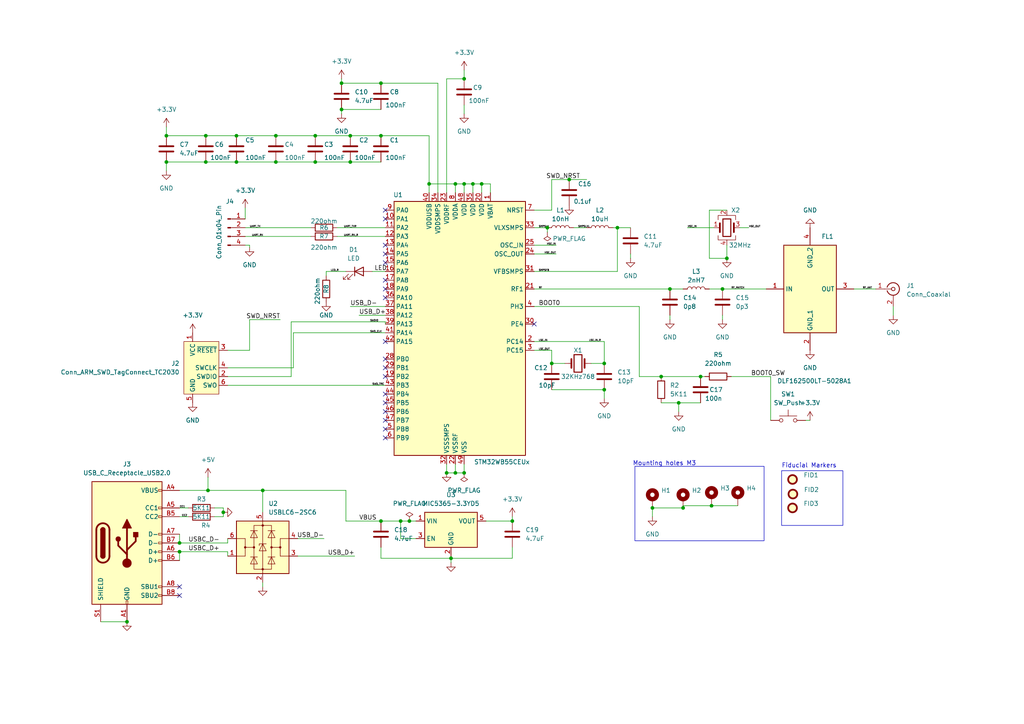
<source format=kicad_sch>
(kicad_sch (version 20230121) (generator eeschema)
  (paper "A4")
  (title_block (title "STM 32 with BLE") (date "2024-01-22") (rev "Version : 1") (company "lipson's lab"))
  (lib_symbols
    (symbol "Connector:Conn_01x04_Pin" (pin_names (offset 1.016) hide)
      (property "Reference" "J" (at 0 5.08 0))
      (property "Value" "Conn_01x04_Pin" (at 0 -7.62 0))
      (symbol "Conn_01x04_Pin_1_1"
        (pin passive line (at 5.08 2.54 180) (length 3.81) (name "Pin_1") (number "1"))
        (pin passive line (at 5.08 0 180) (length 3.81) (name "Pin_2") (number "2"))
        (pin passive line (at 5.08 -2.54 180) (length 3.81) (name "Pin_3") (number "3"))
        (pin passive line (at 5.08 -5.08 180) (length 3.81) (name "Pin_4") (number "4"))
      )
    )
    (symbol "Connector:Conn_ARM_SWD_TagConnect_TC2030" (in_bom no)
      (property "Reference" "J" (at 2.54 11.43 0))
      (property "Value" "Conn_ARM_SWD_TagConnect_TC2030" (at 5.08 8.89 0))
      (symbol "Conn_ARM_SWD_TagConnect_TC2030_0_0"
        (pin power_in line (at -2.54 10.16 270) (length 2.54) (name "VCC") (number "1"))
        (pin bidirectional line (at 7.62 -2.54 180) (length 2.54) (name "SWDIO") (number "2"))
        (pin open_collector line (at 7.62 5.08 180) (length 2.54) (name "~{RESET}") (number "3"))
        (pin output line (at 7.62 0 180) (length 2.54) (name "SWCLK") (number "4"))
        (pin power_in line (at -2.54 -10.16 90) (length 2.54) (name "GND") (number "5"))
        (pin input line (at 7.62 -5.08 180) (length 2.54) (name "SWO") (number "6"))
      )
    )
    (symbol "Connector:Conn_Coaxial" (pin_names (offset 1.016) hide)
      (property "Reference" "J" (at 0.254 3.048 0))
      (property "Value" "Conn_Coaxial" (at 2.921 0 90))
      (symbol "Conn_Coaxial_1_1"
        (pin passive line (at -5.08 0 0) (length 2.54) (name "In") (number "1"))
        (pin passive line (at 0 -5.08 90) (length 2.54) (name "Ext") (number "2"))
      )
    )
    (symbol "Connector:USB_C_Receptacle_USB2.0" (pin_names (offset 1.016))
      (property "Reference" "J" (at -10.16 19.05 0))
      (property "Value" "USB_C_Receptacle_USB2.0" (at 19.05 19.05 0))
      (symbol "USB_C_Receptacle_USB2.0_1_1"
        (pin passive line (at 0 -22.86 90) (length 5.08) (name "GND") (number "A1"))
        (pin passive line (at 0 -22.86 90) (length 5.08) hide (name "GND") (number "A12"))
        (pin passive line (at 15.24 15.24 180) (length 5.08) (name "VBUS") (number "A4"))
        (pin bidirectional line (at 15.24 10.16 180) (length 5.08) (name "CC1") (number "A5"))
        (pin bidirectional line (at 15.24 -2.54 180) (length 5.08) (name "D+") (number "A6"))
        (pin bidirectional line (at 15.24 2.54 180) (length 5.08) (name "D-") (number "A7"))
        (pin bidirectional line (at 15.24 -12.7 180) (length 5.08) (name "SBU1") (number "A8"))
        (pin passive line (at 15.24 15.24 180) (length 5.08) hide (name "VBUS") (number "A9"))
        (pin passive line (at 0 -22.86 90) (length 5.08) hide (name "GND") (number "B1"))
        (pin passive line (at 0 -22.86 90) (length 5.08) hide (name "GND") (number "B12"))
        (pin passive line (at 15.24 15.24 180) (length 5.08) hide (name "VBUS") (number "B4"))
        (pin bidirectional line (at 15.24 7.62 180) (length 5.08) (name "CC2") (number "B5"))
        (pin bidirectional line (at 15.24 -5.08 180) (length 5.08) (name "D+") (number "B6"))
        (pin bidirectional line (at 15.24 0 180) (length 5.08) (name "D-") (number "B7"))
        (pin bidirectional line (at 15.24 -15.24 180) (length 5.08) (name "SBU2") (number "B8"))
        (pin passive line (at 15.24 15.24 180) (length 5.08) hide (name "VBUS") (number "B9"))
        (pin passive line (at -7.62 -22.86 90) (length 5.08) (name "SHIELD") (number "S1"))
      )
    )
    (symbol "DLF162500LT-5028A1:DLF162500LT-5028A1"
      (property "Reference" "FL" (at 21.59 17.78 0))
      (property "Value" "DLF162500LT-5028A1" (at 21.59 15.24 0))
      (symbol "DLF162500LT-5028A1_1_1"
        (pin passive line (at 0 0 0) (length 5.08) (name "IN") (number "1"))
        (pin passive line (at 12.7 -17.78 90) (length 5.08) (name "GND_1") (number "2"))
        (pin passive line (at 25.4 0 180) (length 5.08) (name "OUT") (number "3"))
        (pin passive line (at 12.7 17.78 270) (length 5.08) (name "GND_2") (number "4"))
      )
    )
    (symbol "Device:C" (pin_numbers hide) (pin_names (offset 0.254))
      (property "Reference" "C" (at 0.635 2.54 0))
      (property "Value" "C" (at 0.635 -2.54 0))
      (symbol "C_1_1"
        (pin passive line (at 0 3.81 270) (length 2.794) (name "~") (number "1"))
        (pin passive line (at 0 -3.81 90) (length 2.794) (name "~") (number "2"))
      )
    )
    (symbol "Device:Crystal" (pin_numbers hide) (pin_names (offset 1.016) hide)
      (property "Reference" "Y" (at 0 3.81 0))
      (property "Value" "Crystal" (at 0 -3.81 0))
      (symbol "Crystal_1_1"
        (pin passive line (at -3.81 0 0) (length 1.27) (name "1") (number "1"))
        (pin passive line (at 3.81 0 180) (length 1.27) (name "2") (number "2"))
      )
    )
    (symbol "Device:Crystal_GND24" (pin_names (offset 1.016) hide)
      (property "Reference" "Y" (at 3.175 5.08 0))
      (property "Value" "Crystal_GND24" (at 3.175 3.175 0))
      (symbol "Crystal_GND24_1_1"
        (pin passive line (at -3.81 0 0) (length 1.27) (name "1") (number "1"))
        (pin passive line (at 0 5.08 270) (length 1.27) (name "2") (number "2"))
        (pin passive line (at 3.81 0 180) (length 1.27) (name "3") (number "3"))
        (pin passive line (at 0 -5.08 90) (length 1.27) (name "4") (number "4"))
      )
    )
    (symbol "Device:L" (pin_numbers hide) (pin_names (offset 1.016) hide)
      (property "Reference" "L" (at -1.27 0 90))
      (property "Value" "L" (at 1.905 0 90))
      (symbol "L_1_1"
        (pin passive line (at 0 3.81 270) (length 1.27) (name "1") (number "1"))
        (pin passive line (at 0 -3.81 90) (length 1.27) (name "2") (number "2"))
      )
    )
    (symbol "Device:LED" (pin_numbers hide) (pin_names (offset 1.016) hide)
      (property "Reference" "D" (at 0 2.54 0))
      (property "Value" "LED" (at 0 -2.54 0))
      (symbol "LED_1_1"
        (pin passive line (at -3.81 0 0) (length 2.54) (name "K") (number "1"))
        (pin passive line (at 3.81 0 180) (length 2.54) (name "A") (number "2"))
      )
    )
    (symbol "Device:R" (pin_numbers hide) (pin_names (offset 0))
      (property "Reference" "R" (at 2.032 0 90))
      (property "Value" "R" (at 0 0 90))
      (symbol "R_1_1"
        (pin passive line (at 0 3.81 270) (length 1.27) (name "~") (number "1"))
        (pin passive line (at 0 -3.81 90) (length 1.27) (name "~") (number "2"))
      )
    )
    (symbol "MCU_ST_STM32WB:STM32WB55CEUx"
      (property "Reference" "U" (at -17.78 39.37 0))
      (property "Value" "STM32WB55CEUx" (at 12.7 39.37 0))
      (symbol "STM32WB55CEUx_1_1"
        (pin power_in line (at -7.62 40.64 270) (length 2.54) (name "VBAT") (number "1"))
        (pin bidirectional line (at 22.86 33.02 180) (length 2.54) (name "PA1") (number "10"))
        (pin bidirectional line (at 22.86 30.48 180) (length 2.54) (name "PA2") (number "11"))
        (pin bidirectional line (at 22.86 27.94 180) (length 2.54) (name "PA3") (number "12"))
        (pin bidirectional line (at 22.86 25.4 180) (length 2.54) (name "PA4") (number "13"))
        (pin bidirectional line (at 22.86 22.86 180) (length 2.54) (name "PA5") (number "14"))
        (pin bidirectional line (at 22.86 20.32 180) (length 2.54) (name "PA6") (number "15"))
        (pin bidirectional line (at 22.86 17.78 180) (length 2.54) (name "PA7") (number "16"))
        (pin bidirectional line (at 22.86 15.24 180) (length 2.54) (name "PA8") (number "17"))
        (pin bidirectional line (at 22.86 12.7 180) (length 2.54) (name "PA9") (number "18"))
        (pin bidirectional line (at 22.86 -12.7 180) (length 2.54) (name "PB2") (number "19"))
        (pin bidirectional line (at -20.32 -2.54 0) (length 2.54) (name "PC14") (number "2"))
        (pin power_in line (at -5.08 40.64 270) (length 2.54) (name "VDD") (number "20"))
        (pin bidirectional line (at -20.32 12.7 0) (length 2.54) (name "RF1") (number "21"))
        (pin power_in line (at 2.54 -38.1 90) (length 2.54) (name "VSSRF") (number "22"))
        (pin power_in line (at 5.08 40.64 270) (length 2.54) (name "VDDRF") (number "23"))
        (pin input line (at -20.32 22.86 0) (length 2.54) (name "OSC_OUT") (number "24"))
        (pin input line (at -20.32 25.4 0) (length 2.54) (name "OSC_IN") (number "25"))
        (pin no_connect line (at -17.78 -35.56 0) (length 2.54) hide (name "AT0") (number "26"))
        (pin no_connect line (at -17.78 -33.02 0) (length 2.54) hide (name "AT1") (number "27"))
        (pin bidirectional line (at 22.86 -7.62 180) (length 2.54) (name "PB0") (number "28"))
        (pin bidirectional line (at 22.86 -10.16 180) (length 2.54) (name "PB1") (number "29"))
        (pin bidirectional line (at -20.32 -5.08 0) (length 2.54) (name "PC15") (number "3"))
        (pin bidirectional line (at -20.32 2.54 0) (length 2.54) (name "PE4") (number "30"))
        (pin input line (at -20.32 17.78 0) (length 2.54) (name "VFBSMPS") (number "31"))
        (pin power_in line (at 5.08 -38.1 90) (length 2.54) (name "VSSSMPS") (number "32"))
        (pin power_in line (at -20.32 30.48 0) (length 2.54) (name "VLXSMPS") (number "33"))
        (pin power_in line (at 7.62 40.64 270) (length 2.54) (name "VDDSMPS") (number "34"))
        (pin power_in line (at -2.54 40.64 270) (length 2.54) (name "VDD") (number "35"))
        (pin bidirectional line (at 22.86 10.16 180) (length 2.54) (name "PA10") (number "36"))
        (pin bidirectional line (at 22.86 7.62 180) (length 2.54) (name "PA11") (number "37"))
        (pin bidirectional line (at 22.86 5.08 180) (length 2.54) (name "PA12") (number "38"))
        (pin bidirectional line (at 22.86 2.54 180) (length 2.54) (name "PA13") (number "39"))
        (pin bidirectional line (at -20.32 7.62 0) (length 2.54) (name "PH3") (number "4"))
        (pin power_in line (at 10.16 40.64 270) (length 2.54) (name "VDDUSB") (number "40"))
        (pin bidirectional line (at 22.86 0 180) (length 2.54) (name "PA14") (number "41"))
        (pin bidirectional line (at 22.86 -2.54 180) (length 2.54) (name "PA15") (number "42"))
        (pin bidirectional line (at 22.86 -15.24 180) (length 2.54) (name "PB3") (number "43"))
        (pin bidirectional line (at 22.86 -17.78 180) (length 2.54) (name "PB4") (number "44"))
        (pin bidirectional line (at 22.86 -20.32 180) (length 2.54) (name "PB5") (number "45"))
        (pin bidirectional line (at 22.86 -22.86 180) (length 2.54) (name "PB6") (number "46"))
        (pin bidirectional line (at 22.86 -25.4 180) (length 2.54) (name "PB7") (number "47"))
        (pin power_in line (at 0 40.64 270) (length 2.54) (name "VDD") (number "48"))
        (pin power_in line (at 0 -38.1 90) (length 2.54) (name "VSS") (number "49"))
        (pin bidirectional line (at 22.86 -27.94 180) (length 2.54) (name "PB8") (number "5"))
        (pin bidirectional line (at 22.86 -30.48 180) (length 2.54) (name "PB9") (number "6"))
        (pin input line (at -20.32 35.56 0) (length 2.54) (name "NRST") (number "7"))
        (pin power_in line (at 2.54 40.64 270) (length 2.54) (name "VDDA") (number "8"))
        (pin bidirectional line (at 22.86 35.56 180) (length 2.54) (name "PA0") (number "9"))
      )
    )
    (symbol "Mechanical:Fiducial"
      (property "Reference" "FID" (at 0 5.08 0))
      (property "Value" "Fiducial" (at 0 3.175 0))
    )
    (symbol "Mechanical:MountingHole_Pad" (pin_numbers hide) (pin_names (offset 1.016) hide)
      (property "Reference" "H" (at 0 6.35 0))
      (property "Value" "MountingHole_Pad" (at 0 4.445 0))
      (symbol "MountingHole_Pad_1_1"
        (pin input line (at 0 -2.54 90) (length 2.54) (name "1") (number "1"))
      )
    )
    (symbol "Power_Protection:USBLC6-2SC6" (pin_names hide)
      (property "Reference" "U" (at 2.54 8.89 0))
      (property "Value" "USBLC6-2SC6" (at 2.54 -8.89 0))
      (symbol "USBLC6-2SC6_1_1"
        (pin passive line (at -10.16 -2.54 0) (length 2.54) (name "I/O1") (number "1"))
        (pin passive line (at 0 -10.16 90) (length 2.54) (name "GND") (number "2"))
        (pin passive line (at 10.16 -2.54 180) (length 2.54) (name "I/O2") (number "3"))
        (pin passive line (at 10.16 2.54 180) (length 2.54) (name "I/O2") (number "4"))
        (pin passive line (at 0 10.16 270) (length 2.54) (name "VBUS") (number "5"))
        (pin passive line (at -10.16 2.54 0) (length 2.54) (name "I/O1") (number "6"))
      )
    )
    (symbol "Regulator_Linear:MIC5365-3.3YD5"
      (property "Reference" "U" (at -7.62 6.35 0))
      (property "Value" "MIC5365-3.3YD5" (at 0 6.35 0))
      (symbol "MIC5365-3.3YD5_1_1"
        (pin power_in line (at -10.16 2.54 0) (length 2.54) (name "VIN") (number "1"))
        (pin power_in line (at 0 -7.62 90) (length 2.54) (name "GND") (number "2"))
        (pin input line (at -10.16 -2.54 0) (length 2.54) (name "EN") (number "3"))
        (pin no_connect line (at 7.62 -2.54 180) (length 2.54) hide (name "NC") (number "4"))
        (pin power_out line (at 10.16 2.54 180) (length 2.54) (name "VOUT") (number "5"))
      )
    )
    (symbol "Switch:SW_Push" (pin_numbers hide) (pin_names (offset 1.016) hide)
      (property "Reference" "SW" (at 1.27 2.54 0))
      (property "Value" "SW_Push" (at 0 -1.524 0))
      (symbol "SW_Push_0_1"
        (pin passive line (at -5.08 0 0) (length 2.54) (name "1") (number "1"))
        (pin passive line (at 5.08 0 180) (length 2.54) (name "2") (number "2"))
      )
    )
    (symbol "power:+3.3V" (power) (pin_names (offset 0))
      (property "Value" "+3.3V" (at 0 3.556 0))
      (symbol "+3.3V_1_1"
        (pin power_in line (at 0 0 90) (length 0) hide (name "+3.3V") (number "1"))
      )
    )
    (symbol "power:+5V" (power) (pin_names (offset 0))
      (property "Value" "+5V" (at 0 3.556 0))
      (symbol "+5V_1_1"
        (pin power_in line (at 0 0 90) (length 0) hide (name "+5V") (number "1"))
      )
    )
    (symbol "power:GND" (power) (pin_names (offset 0))
      (property "Value" "GND" (at 0 -3.81 0))
      (symbol "GND_1_1"
        (pin power_in line (at 0 0 270) (length 0) hide (name "GND") (number "1"))
      )
    )
    (symbol "power:PWR_FLAG" (power) (pin_numbers hide) (pin_names (offset 0) hide)
      (property "Value" "PWR_FLAG" (at 0 3.81 0))
      (symbol "PWR_FLAG_0_0"
        (pin power_out line (at 0 0 90) (length 0) (name "pwr") (number "1"))
      )
    )
  )
  (junction (at 110.49 24.13))
  (junction (at 158.75 66.04))
  (junction (at 196.85 116.84))
  (junction (at 134.62 22.86))
  (junction (at 80.01 39.37))
  (junction (at 48.26 39.37))
  (junction (at 134.62 53.34))
  (junction (at 101.6 39.37))
  (junction (at 129.54 137.16))
  (junction (at 80.01 46.99))
  (junction (at 110.49 151.13))
  (junction (at 179.07 66.04))
  (junction (at 76.2 142.24))
  (junction (at 134.62 137.16))
  (junction (at 139.7 53.34))
  (junction (at 60.325 142.24))
  (junction (at 148.59 151.13))
  (junction (at 160.02 105.41))
  (junction (at 99.06 31.75))
  (junction (at 91.44 39.37))
  (junction (at 189.23 147.32))
  (junction (at 91.44 46.99))
  (junction (at 118.745 151.13))
  (junction (at 132.08 53.34))
  (junction (at 203.2 109.22))
  (junction (at 110.49 39.37))
  (junction (at 52.07 157.48))
  (junction (at 124.46 53.34))
  (junction (at 132.08 137.16))
  (junction (at 209.55 83.82))
  (junction (at 59.69 46.99))
  (junction (at 116.205 151.13))
  (junction (at 210.82 74.93))
  (junction (at 194.31 83.82))
  (junction (at 175.26 105.41))
  (junction (at 130.81 161.925))
  (junction (at 198.12 147.32))
  (junction (at 206.375 146.685))
  (junction (at 48.26 46.99))
  (junction (at 137.16 53.34))
  (junction (at 101.6 46.99))
  (junction (at 165.1 52.07))
  (junction (at 68.58 46.99))
  (junction (at 99.06 24.13))
  (junction (at 68.58 39.37))
  (junction (at 36.83 180.34))
  (junction (at 59.69 39.37))
  (junction (at 191.77 109.22))
  (junction (at 52.07 160.02))
  (junction (at 175.26 113.03))
  (junction (at 64.77 148.59))
  (no_connect (at 52.07 170.18))
  (no_connect (at 111.76 71.12))
  (no_connect (at 111.76 121.92))
  (no_connect (at 111.76 73.66))
  (no_connect (at 111.76 124.46))
  (no_connect (at 111.76 86.36))
  (no_connect (at 111.76 109.22))
  (no_connect (at 111.76 114.3))
  (no_connect (at 111.76 60.96))
  (no_connect (at 111.76 81.28))
  (no_connect (at 111.76 76.2))
  (no_connect (at 111.76 116.84))
  (no_connect (at 154.94 93.98))
  (no_connect (at 52.07 172.72))
  (no_connect (at 111.76 127))
  (no_connect (at 111.76 99.06))
  (no_connect (at 111.76 104.14))
  (no_connect (at 111.76 63.5))
  (no_connect (at 111.76 119.38))
  (no_connect (at 111.76 83.82))
  (no_connect (at 111.76 106.68))
  (wire (pts (xy 52.07 147.32) (xy 54.61 147.32)))
  (wire (pts (xy 212.09 109.22) (xy 223.52 109.22)))
  (wire (pts (xy 129.54 137.16) (xy 132.08 137.16)))
  (wire (pts (xy 116.205 151.13) (xy 118.745 151.13)))
  (wire (pts (xy 177.8 66.04) (xy 179.07 66.04)))
  (wire (pts (xy 210.82 71.12) (xy 210.82 74.93)))
  (wire (pts (xy 99.06 31.75) (xy 99.06 33.02)))
  (wire (pts (xy 205.74 60.96) (xy 205.74 74.93)))
  (wire (pts (xy 194.31 83.82) (xy 198.12 83.82)))
  (wire (pts (xy 134.62 20.32) (xy 134.62 22.86)))
  (wire (pts (xy 85.09 96.52) (xy 111.76 96.52)))
  (wire (pts (xy 104.14 91.44) (xy 111.76 91.44)))
  (wire (pts (xy 60.325 142.24) (xy 76.2 142.24)))
  (wire (pts (xy 154.94 71.12) (xy 161.29 71.12)))
  (wire (pts (xy 137.16 53.34) (xy 134.62 53.34)))
  (wire (pts (xy 52.07 160.02) (xy 66.04 160.02)))
  (wire (pts (xy 84.455 93.345) (xy 111.76 93.345)))
  (wire (pts (xy 142.24 55.88) (xy 142.24 53.34)))
  (wire (pts (xy 160.02 105.41) (xy 163.83 105.41)))
  (wire (pts (xy 66.04 109.22) (xy 84.455 109.22)))
  (wire (pts (xy 111.76 93.98) (xy 111.76 93.345)))
  (wire (pts (xy 107.95 78.74) (xy 111.76 78.74)))
  (wire (pts (xy 179.07 66.04) (xy 179.07 78.74)))
  (wire (pts (xy 223.52 109.22) (xy 223.52 121.92)))
  (wire (pts (xy 86.36 161.29) (xy 102.87 161.29)))
  (wire (pts (xy 72.39 92.71) (xy 81.28 92.71)))
  (wire (pts (xy 154.94 88.9) (xy 185.42 88.9)))
  (wire (pts (xy 148.59 158.75) (xy 148.59 161.925)))
  (wire (pts (xy 160.02 101.6) (xy 160.02 105.41)))
  (wire (pts (xy 124.46 39.37) (xy 110.49 39.37)))
  (wire (pts (xy 139.7 55.88) (xy 139.7 53.34)))
  (wire (pts (xy 171.45 105.41) (xy 175.26 105.41)))
  (wire (pts (xy 59.69 46.99) (xy 68.58 46.99)))
  (wire (pts (xy 52.07 157.48) (xy 66.04 157.48)))
  (wire (pts (xy 210.82 60.96) (xy 205.74 60.96)))
  (wire (pts (xy 140.97 151.13) (xy 148.59 151.13)))
  (wire (pts (xy 206.375 146.685) (xy 213.995 146.685)))
  (wire (pts (xy 154.94 78.74) (xy 179.07 78.74)))
  (wire (pts (xy 62.23 149.86) (xy 64.77 149.86)))
  (wire (pts (xy 99.06 24.13) (xy 110.49 24.13)))
  (wire (pts (xy 196.85 116.84) (xy 196.85 119.38)))
  (wire (pts (xy 127 55.88) (xy 127 24.13)))
  (wire (pts (xy 134.62 55.88) (xy 134.62 53.34)))
  (wire (pts (xy 154.94 60.96) (xy 160.02 60.96)))
  (wire (pts (xy 166.37 66.04) (xy 170.18 66.04)))
  (wire (pts (xy 99.06 22.86) (xy 99.06 24.13)))
  (wire (pts (xy 194.31 91.44) (xy 194.31 92.71)))
  (wire (pts (xy 68.58 46.99) (xy 80.01 46.99)))
  (wire (pts (xy 110.49 151.13) (xy 116.205 151.13)))
  (wire (pts (xy 175.26 113.03) (xy 175.26 115.57)))
  (wire (pts (xy 154.94 99.06) (xy 175.26 99.06)))
  (wire (pts (xy 60.325 138.43) (xy 60.325 142.24)))
  (wire (pts (xy 124.46 55.88) (xy 124.46 53.34)))
  (wire (pts (xy 71.12 66.04) (xy 90.17 66.04)))
  (wire (pts (xy 209.55 83.82) (xy 222.25 83.82)))
  (wire (pts (xy 48.26 46.99) (xy 59.69 46.99)))
  (wire (pts (xy 64.77 149.86) (xy 64.77 148.59)))
  (wire (pts (xy 165.1 52.07) (xy 170.18 52.07)))
  (wire (pts (xy 52.07 160.02) (xy 52.07 162.56)))
  (wire (pts (xy 199.39 66.04) (xy 207.01 66.04)))
  (wire (pts (xy 80.01 46.99) (xy 91.44 46.99)))
  (wire (pts (xy 76.2 142.24) (xy 76.2 148.59)))
  (wire (pts (xy 132.08 137.16) (xy 134.62 137.16)))
  (wire (pts (xy 118.745 151.13) (xy 120.65 151.13)))
  (wire (pts (xy 182.88 73.66) (xy 182.88 74.93)))
  (wire (pts (xy 129.54 22.86) (xy 134.62 22.86)))
  (wire (pts (xy 66.04 111.76) (xy 111.76 111.76)))
  (wire (pts (xy 97.79 68.58) (xy 111.76 68.58)))
  (wire (pts (xy 154.94 73.66) (xy 161.29 73.66)))
  (wire (pts (xy 80.01 39.37) (xy 91.44 39.37)))
  (wire (pts (xy 124.46 53.34) (xy 132.08 53.34)))
  (wire (pts (xy 217.17 66.04) (xy 214.63 66.04)))
  (wire (pts (xy 205.74 83.82) (xy 209.55 83.82)))
  (wire (pts (xy 160.02 52.07) (xy 165.1 52.07)))
  (wire (pts (xy 189.23 147.32) (xy 189.23 149.86)))
  (wire (pts (xy 137.16 55.88) (xy 137.16 53.34)))
  (wire (pts (xy 86.36 156.21) (xy 93.98 156.21)))
  (wire (pts (xy 134.62 134.62) (xy 134.62 137.16)))
  (wire (pts (xy 66.04 160.02) (xy 66.04 161.29)))
  (wire (pts (xy 206.375 146.685) (xy 198.12 146.685)))
  (wire (pts (xy 130.81 161.29) (xy 130.81 161.925)))
  (wire (pts (xy 72.39 71.12) (xy 72.39 71.755)))
  (wire (pts (xy 179.07 66.04) (xy 182.88 66.04)))
  (wire (pts (xy 59.69 39.37) (xy 68.58 39.37)))
  (wire (pts (xy 76.2 142.24) (xy 100.33 142.24)))
  (wire (pts (xy 52.07 142.24) (xy 60.325 142.24)))
  (wire (pts (xy 29.21 180.34) (xy 36.83 180.34)))
  (wire (pts (xy 85.09 106.68) (xy 85.09 96.52)))
  (wire (pts (xy 100.33 151.13) (xy 100.33 142.24)))
  (wire (pts (xy 110.49 158.75) (xy 110.49 161.925)))
  (wire (pts (xy 52.07 154.94) (xy 52.07 157.48)))
  (wire (pts (xy 94.615 78.74) (xy 100.33 78.74)))
  (wire (pts (xy 148.59 161.925) (xy 130.81 161.925)))
  (wire (pts (xy 154.94 101.6) (xy 160.02 101.6)))
  (wire (pts (xy 198.12 147.32) (xy 189.23 147.32)))
  (wire (pts (xy 154.94 83.82) (xy 194.31 83.82)))
  (wire (pts (xy 205.74 74.93) (xy 210.82 74.93)))
  (wire (pts (xy 101.6 46.99) (xy 110.49 46.99)))
  (wire (pts (xy 120.65 156.21) (xy 116.205 156.21)))
  (wire (pts (xy 116.205 156.21) (xy 116.205 151.13)))
  (wire (pts (xy 110.49 161.925) (xy 130.81 161.925)))
  (wire (pts (xy 124.46 53.34) (xy 124.46 39.37)))
  (wire (pts (xy 130.81 161.925) (xy 130.81 163.195)))
  (wire (pts (xy 129.54 134.62) (xy 129.54 137.16)))
  (wire (pts (xy 64.77 147.32) (xy 64.77 148.59)))
  (wire (pts (xy 259.08 88.9) (xy 259.08 91.44)))
  (wire (pts (xy 191.77 116.84) (xy 196.85 116.84)))
  (wire (pts (xy 52.07 149.86) (xy 54.61 149.86)))
  (wire (pts (xy 110.49 151.13) (xy 100.33 151.13)))
  (wire (pts (xy 158.75 66.04) (xy 158.75 67.31)))
  (wire (pts (xy 48.26 36.83) (xy 48.26 39.37)))
  (wire (pts (xy 247.65 83.82) (xy 254 83.82)))
  (wire (pts (xy 68.58 39.37) (xy 80.01 39.37)))
  (wire (pts (xy 129.54 55.88) (xy 129.54 22.86)))
  (wire (pts (xy 185.42 109.22) (xy 191.77 109.22)))
  (wire (pts (xy 132.08 55.88) (xy 132.08 53.34)))
  (wire (pts (xy 175.26 99.06) (xy 175.26 105.41)))
  (wire (pts (xy 71.12 60.325) (xy 71.12 63.5)))
  (wire (pts (xy 48.26 39.37) (xy 59.69 39.37)))
  (wire (pts (xy 198.12 146.685) (xy 198.12 147.32)))
  (wire (pts (xy 97.79 66.04) (xy 111.76 66.04)))
  (wire (pts (xy 72.39 101.6) (xy 72.39 92.71)))
  (wire (pts (xy 66.04 106.68) (xy 85.09 106.68)))
  (wire (pts (xy 203.2 109.22) (xy 204.47 109.22)))
  (wire (pts (xy 134.62 53.34) (xy 132.08 53.34)))
  (wire (pts (xy 71.12 68.58) (xy 90.17 68.58)))
  (wire (pts (xy 71.12 71.12) (xy 72.39 71.12)))
  (wire (pts (xy 160.02 60.96) (xy 160.02 52.07)))
  (wire (pts (xy 110.49 39.37) (xy 101.6 39.37)))
  (wire (pts (xy 185.42 88.9) (xy 185.42 109.22)))
  (wire (pts (xy 132.08 134.62) (xy 132.08 137.16)))
  (wire (pts (xy 94.615 80.01) (xy 94.615 78.74)))
  (wire (pts (xy 101.6 88.9) (xy 111.76 88.9)))
  (wire (pts (xy 139.7 53.34) (xy 137.16 53.34)))
  (wire (pts (xy 191.77 109.22) (xy 203.2 109.22)))
  (wire (pts (xy 233.68 121.92) (xy 234.95 121.92)))
  (wire (pts (xy 160.02 113.03) (xy 175.26 113.03)))
  (wire (pts (xy 148.59 149.86) (xy 148.59 151.13)))
  (wire (pts (xy 91.44 46.99) (xy 101.6 46.99)))
  (wire (pts (xy 76.2 168.91) (xy 76.2 170.18)))
  (wire (pts (xy 154.94 66.04) (xy 158.75 66.04)))
  (wire (pts (xy 134.62 30.48) (xy 134.62 33.02)))
  (wire (pts (xy 62.23 147.32) (xy 64.77 147.32)))
  (wire (pts (xy 66.04 101.6) (xy 72.39 101.6)))
  (wire (pts (xy 209.55 91.44) (xy 209.55 92.71)))
  (wire (pts (xy 99.06 31.75) (xy 110.49 31.75)))
  (wire (pts (xy 142.24 53.34) (xy 139.7 53.34)))
  (wire (pts (xy 91.44 39.37) (xy 101.6 39.37)))
  (wire (pts (xy 66.04 157.48) (xy 66.04 156.21)))
  (wire (pts (xy 196.85 116.84) (xy 203.2 116.84)))
  (wire (pts (xy 48.26 46.99) (xy 48.26 49.53)))
  (wire (pts (xy 127 24.13) (xy 110.49 24.13)))
  (wire (pts (xy 84.455 109.22) (xy 84.455 93.345)))
  (rectangle (start 184.15 135.255) (end 221.615 156.845))
  (rectangle (start 226.695 136.525) (end 244.475 152.4))
  (text "Fiducial Markers \n" (at 226.695 135.89 0) (effects (font (size 1.27 1.27)) (justify left bottom)))
  (text "Mounting holes M3\n" (at 183.515 135.255 0) (effects (font (size 1.27 1.27)) (justify left bottom)))
  (label "SWD_CLK" (at 107.315 96.52 0) (effects (font (size 0.5 0.5))))
  (label "SWDIO" (at 107.315 93.345 0) (effects (font (size 0.5 0.5))))
  (label "USBC_D+" (at 54.61 160.02 0))
  (label "HSE_IN" (at 199.39 66.04 0) (effects (font (size 0.5 0.5))))
  (label "SMPSLXL" (at 167.64 66.04 0) (effects (font (size 0.5 0.5))))
  (label "VBUS" (at 104.14 151.13 0))
  (label "HSE_OUT" (at 217.17 66.04 0) (effects (font (size 0.5 0.5))))
  (label "RF_ANT" (at 250.19 83.82 0) (effects (font (size 0.5 0.5))))
  (label "RF_MATCH" (at 212.09 83.82 0) (effects (font (size 0.5 0.5))))
  (label "CC1" (at 52.07 147.32 0) (effects (font (size 0.5 0.5))))
  (label "SMPSLX" (at 156.21 66.04 0) (effects (font (size 0.5 0.5))))
  (label "UART_RX_R" (at 99.695 68.58 0) (effects (font (size 0.5 0.5))))
  (label "LSE_IN_R" (at 170.815 99.06 0) (effects (font (size 0.5 0.5))))
  (label "USB_D+" (at 102.87 161.29 180))
  (label "USB_D-" (at 93.98 156.21 180))
  (label "UART_RX" (at 73.025 68.58 0) (effects (font (size 0.5 0.5))))
  (label "SMPSFB" (at 156.21 78.74 0) (effects (font (size 0.5 0.5))))
  (label "UART_TXR" (at 99.695 66.04 0) (effects (font (size 0.5 0.5))))
  (label "RF" (at 156.21 83.82 0) (effects (font (size 0.5 0.5))))
  (label "BOOT0" (at 156.21 88.9 0))
  (label "CC2" (at 52.705 149.86 0) (effects (font (size 0.5 0.5))))
  (label "UART_TX" (at 72.39 66.04 0) (effects (font (size 0.5 0.5))))
  (label "USB_D-" (at 101.6 88.9 0))
  (label "SWD_TRC" (at 107.95 111.76 0) (effects (font (size 0.5 0.5))))
  (label "BOOT0_SW" (at 217.805 109.22 0))
  (label "USB_D+" (at 104.14 91.44 0))
  (label "LSE_IN" (at 156.21 99.06 0) (effects (font (size 0.5 0.5))))
  (label "HSE_IN" (at 161.29 71.12 180) (effects (font (size 0.5 0.5))))
  (label "USBC_D-" (at 54.61 157.48 0))
  (label "LSE_OUT" (at 156.21 101.6 0) (effects (font (size 0.5 0.5))))
  (label "HSE_OUT" (at 161.29 73.66 180) (effects (font (size 0.5 0.5))))
  (label "SWD_NRST" (at 81.28 92.71 180))
  (label "SWD_NRST" (at 168.275 52.07 180))
  (label "LED" (at 108.585 78.74 0))
  (label "LED_R" (at 95.885 78.74 0) (effects (font (size 0.5 0.5))))
  (symbol (lib_id "power:+3.3V") (at 148.59 149.86 0) (unit 1)
    (property "Reference" "#PWR024" (effects hide))
    (property "Value" "+3.3V" (at 148.59 144.78 0))
  )
  (symbol (lib_id "DLF162500LT-5028A1:DLF162500LT-5028A1") (at 222.25 83.82 0) (unit 1)
    (property "Reference" "FL1" (at 240.03 68.58 0))
    (property "Value" "DLF162500LT-5028A1" (at 236.22 110.49 0))
    (property "Footprint" "DLF162500LT-5028A1:DLF162500LT5028A1" (effects hide))
    (property "Datasheet" "https://product.tdk.com/system/files/dam/doc/product/rf/rf/filter/catalog/rf_lpf_dlf162500lt-5028a1_en.pdf" (effects hide))
    (property "Height" "0.4" (effects hide))
    (property "Mouser Part Number" "810-DLF16250LT5028A1" (effects hide))
    (property "Mouser Price/Stock" "https://www.mouser.co.uk/ProductDetail/TDK/DLF162500LT-5028A1?qs=U%2FZX79kHR%2FlwIbAISCs3qA%3D%3D" (effects hide))
    (property "Manufacturer_Name" "TDK" (effects hide))
    (property "Manufacturer_Part_Number" "DLF162500LT-5028A1" (effects hide))
  )
  (symbol (lib_id "power:GND") (at 55.88 116.84 0) (unit 1)
    (property "Reference" "#PWR017" (effects hide))
    (property "Value" "GND" (at 55.88 121.92 0))
  )
  (symbol (lib_id "power:GND") (at 210.82 74.93 0) (unit 1)
    (property "Reference" "#PWR010" (effects hide))
    (property "Value" "GND" (at 210.82 80.01 0))
  )
  (symbol (lib_id "Connector:Conn_01x04_Pin") (at 66.04 66.04 0) (unit 1)
    (property "Reference" "J4" (at 66.675 58.42 0))
    (property "Value" "Conn_01x04_Pin" (at 63.5 67.31 90))
    (property "Footprint" "Connector_Molex:Molex_PicoBlade_53048-0410_1x04_P1.25mm_Horizontal" (effects hide))
    (property "Datasheet" "https://tools.molex.com/pdm_docs/sd/530480410_sd.pdf" (effects hide))
    (property "Manufacturer_Name" "Molex" (effects hide))
    (property "Manufacturer_Part_Number" "53048-0410" (effects hide))
  )
  (symbol (lib_id "Device:R") (at 94.615 83.82 180) (unit 1)
    (property "Reference" "R8" (at 94.615 83.82 90))
    (property "Value" "220ohm" (at 92.075 84.455 90))
    (property "Footprint" "Resistor_SMD:R_0402_1005Metric" (effects hide))
    (property "Datasheet" "~https://www.vishay.com/docs/28700/mcx0x0xpre.pdf" (effects hide))
    (property "Manufacturer_Name" "Vishay / Beyschlag" (effects hide))
    (property "Manufacturer_Part_Number" "MCS04020C2200FE000" (effects hide))
  )
  (symbol (lib_id "Device:C") (at 160.02 109.22 0) (unit 1)
    (property "Reference" "C12" (at 154.94 106.68 0) (effects (justify left)))
    (property "Value" "10pF" (at 156.21 111.76 0) (effects (justify left)))
    (property "Footprint" "Capacitor_SMD:C_0402_1005Metric" (effects hide))
    (property "Datasheet" "~https://www.mouser.in/datasheet/2/447/KEM_C1022_C0G_AUTO_SMD-3316328.pdf" (effects hide))
    (property "Manufacturer_Name" "KEMET" (effects hide))
    (property "Manufacturer_Part_Number" "C0402C100K4GACAUTO" (effects hide))
  )
  (symbol (lib_id "Mechanical:MountingHole_Pad") (at 189.23 144.78 0) (unit 1) (in_bom no)
    (property "Reference" "H1" (at 191.77 142.24 0) (effects (justify left)))
    (property "Value" "MountingHole_Pad" (effects hide))
    (property "Footprint" "MountingHole:MountingHole_2.2mm_M2_Pad_Via" (effects hide))
  )
  (symbol (lib_id "power:+3.3V") (at 134.62 20.32 0) (unit 1)
    (property "Reference" "#PWR06" (effects hide))
    (property "Value" "+3.3V" (at 134.62 15.24 0))
  )
  (symbol (lib_id "Device:C") (at 91.44 43.18 0) (unit 1)
    (property "Reference" "C3" (at 93.98 41.91 0) (effects (justify left)))
    (property "Value" "100nF" (at 93.98 45.72 0) (effects (justify left)))
    (property "Footprint" "Capacitor_SMD:C_0402_1005Metric" (effects hide))
    (property "Datasheet" "https://www.vishay.com/docs/28548/vjw1bcbascomseries.pdf" (effects hide))
    (property "Manufacturer_Name" "Vishay / Vitramon" (effects hide))
    (property "Manufacturer_Part_Number" "VJ0402Y104KXXCW1BC" (effects hide))
  )
  (symbol (lib_id "power:GND") (at 209.55 92.71 0) (unit 1)
    (property "Reference" "#PWR012" (effects hide))
    (property "Value" "GND" (at 209.55 97.79 0))
  )
  (symbol (lib_id "power:+3.3V") (at 71.12 60.325 0) (unit 1)
    (property "Reference" "#PWR028" (effects hide))
    (property "Value" "+3.3V" (at 71.12 55.245 0))
  )
  (symbol (lib_id "Device:L") (at 162.56 66.04 90) (unit 1)
    (property "Reference" "L1" (at 162.56 60.96 90))
    (property "Value" "10nH" (at 162.56 63.5 90))
    (property "Footprint" "Inductor_SMD:L_0402_1005Metric" (effects hide))
    (property "Datasheet" "https://www.mouser.in/datasheet/2/281/1/JELF243B_9117-1877420.pdf" (effects hide))
    (property "Manufacturer_Name" "Murata Electronics" (effects hide))
    (property "Manufacturer_Part_Number" "LQG15WZ10NJ02D" (effects hide))
  )
  (symbol (lib_id "Mechanical:MountingHole_Pad") (at 206.375 144.145 0) (unit 1) (in_bom no)
    (property "Reference" "H3" (at 208.915 141.605 0) (effects (justify left)))
    (property "Value" "MountingHole_Pad" (effects hide))
    (property "Footprint" "MountingHole:MountingHole_2.2mm_M2_Pad_Via" (effects hide))
  )
  (symbol (lib_id "Mechanical:MountingHole_Pad") (at 213.995 144.145 0) (unit 1) (in_bom no)
    (property "Reference" "H4" (at 216.535 141.605 0) (effects (justify left)))
    (property "Value" "MountingHole_Pad" (effects hide))
    (property "Footprint" "MountingHole:MountingHole_2.2mm_M2_Pad_Via" (effects hide))
  )
  (symbol (lib_id "Device:R") (at 93.98 66.04 90) (unit 1)
    (property "Reference" "R6" (at 93.98 66.04 90))
    (property "Value" "220ohm" (at 93.98 64.135 90))
    (property "Footprint" "Resistor_SMD:R_0402_1005Metric" (effects hide))
    (property "Datasheet" "~https://www.vishay.com/docs/28700/mcx0x0xpre.pdf" (effects hide))
    (property "Manufacturer_Name" "Vishay / Beyschlag" (effects hide))
    (property "Manufacturer_Part_Number" "MCS04020C2200FE000" (effects hide))
  )
  (symbol (lib_id "Mechanical:Fiducial") (at 229.87 147.32 0) (unit 1) (in_bom no)
    (property "Reference" "FID3" (at 233.045 146.05 0) (effects (justify left)))
    (property "Value" "Fiducial" (effects hide))
    (property "Footprint" "Fiducial:Fiducial_1mm_Mask2mm" (effects hide))
  )
  (symbol (lib_id "power:+3.3V") (at 99.06 22.86 0) (unit 1)
    (property "Reference" "#PWR04" (effects hide))
    (property "Value" "+3.3V" (at 99.06 17.78 0))
  )
  (symbol (lib_id "power:GND") (at 99.06 33.02 0) (unit 1)
    (property "Reference" "#PWR05" (effects hide))
    (property "Value" "GND" (at 99.06 38.1 0))
  )
  (symbol (lib_id "Device:C") (at 182.88 69.85 0) (unit 1)
    (property "Reference" "C11" (at 186.6874 68.58 0) (effects (justify left)))
    (property "Value" "4.7uF" (at 186.6874 71.12 0) (effects (justify left)))
    (property "Footprint" "Capacitor_SMD:C_0603_1608Metric" (effects hide))
    (property "Datasheet" "~https://www.mouser.in/datasheet/2/281/1/GCJ188C70J475KE02_01A-3140129.pdf" (effects hide))
    (property "Manufacturer_Name" "Murata Electronics" (effects hide))
    (property "Manufacturer_Part_Number" "GCJ188C70J475KE02D" (effects hide))
  )
  (symbol (lib_id "power:GND") (at 134.62 33.02 0) (unit 1)
    (property "Reference" "#PWR07" (effects hide))
    (property "Value" "GND" (at 134.62 38.1 0))
  )
  (symbol (lib_id "Device:Crystal") (at 167.64 105.41 0) (unit 1)
    (property "Reference" "X1" (at 167.64 101.6 0))
    (property "Value" "32KHz768" (at 167.64 109.22 0))
    (property "Footprint" "Crystal:Crystal_SMD_2012-2Pin_2.0x1.2mm" (effects hide))
    (property "Datasheet" "https://www.mouser.in/datasheet/2/905/c_NX2012SA_STD_MUB_1_e-1317508.pdf" (effects hide))
    (property "Manufacturer_Name" "NDK" (effects hide))
    (property "Manufacturer_Part_Number" "NX2012SA-32.768K-STD-MUB-1" (effects hide))
  )
  (symbol (lib_id "power:PWR_FLAG") (at 158.75 67.31 180) (unit 1)
    (property "Reference" "#FLG03" (effects hide))
    (property "Value" "PWR_FLAG" (at 165.1 69.215 0))
  )
  (symbol (lib_id "power:+3.3V") (at 48.26 36.83 0) (unit 1)
    (property "Reference" "#PWR03" (effects hide))
    (property "Value" "+3.3V" (at 48.26 31.75 0))
  )
  (symbol (lib_id "power:GND") (at 234.95 66.04 180) (unit 1)
    (property "Reference" "#PWR014" (effects hide))
    (property "Value" "GND" (at 234.95 60.96 0))
  )
  (symbol (lib_id "Regulator_Linear:MIC5365-3.3YD5") (at 130.81 153.67 0) (unit 1)
    (property "Reference" "U3" (at 130.81 143.51 0))
    (property "Value" "MIC5365-3.3YD5" (at 130.81 146.05 0))
    (property "Footprint" "Package_TO_SOT_SMD:SOT-23-5" (effects hide))
    (property "Datasheet" "http://ww1.microchip.com/downloads/en/DeviceDoc/mic5365.pdf" (effects hide))
    (property "Manufacturer_Name" "Microchip Technology" (effects hide))
    (property "Manufacturer_Part_Number" "MIC5365-3.3YD5-TR" (effects hide))
  )
  (symbol (lib_id "Device:C") (at 59.69 43.18 0) (unit 1)
    (property "Reference" "C6" (at 62.23 41.91 0) (effects (justify left)))
    (property "Value" "100nF" (at 60.96 45.72 0) (effects (justify left)))
    (property "Footprint" "Capacitor_SMD:C_0402_1005Metric" (effects hide))
    (property "Datasheet" "https://www.vishay.com/docs/28548/vjw1bcbascomseries.pdf" (effects hide))
    (property "Manufacturer_Name" "Vishay / Vitramon" (effects hide))
    (property "Manufacturer_Part_Number" "VJ0402Y104KXXCW1BC" (effects hide))
  )
  (symbol (lib_id "Device:C") (at 175.26 109.22 0) (unit 1)
    (property "Reference" "C13" (at 179.07 107.95 0) (effects (justify left)))
    (property "Value" "10pF" (at 179.07 110.49 0) (effects (justify left)))
    (property "Footprint" "Capacitor_SMD:C_0402_1005Metric" (effects hide))
    (property "Datasheet" "~https://www.mouser.in/datasheet/2/447/KEM_C1022_C0G_AUTO_SMD-3316328.pdf" (effects hide))
    (property "Manufacturer_Name" "KEMET" (effects hide))
    (property "Manufacturer_Part_Number" "C0402C100K4GACAUTO" (effects hide))
  )
  (symbol (lib_id "power:+5V") (at 60.325 138.43 0) (unit 1)
    (property "Reference" "#PWR025" (effects hide))
    (property "Value" "+5V" (at 60.325 133.35 0))
  )
  (symbol (lib_id "power:GND") (at 165.1 59.69 0) (unit 1)
    (property "Reference" "#PWR018" (effects hide))
    (property "Value" "GND" (effects hide))
  )
  (symbol (lib_id "power:GND") (at 48.26 49.53 0) (unit 1)
    (property "Reference" "#PWR02" (effects hide))
    (property "Value" "GND" (at 48.26 54.61 0))
  )
  (symbol (lib_id "Device:C") (at 134.62 26.67 0) (unit 1)
    (property "Reference" "C9" (at 137.16 25.4 0) (effects (justify left)))
    (property "Value" "100nF" (at 135.89 29.21 0) (effects (justify left)))
    (property "Footprint" "Capacitor_SMD:C_0402_1005Metric" (effects hide))
    (property "Datasheet" "https://www.vishay.com/docs/28548/vjw1bcbascomseries.pdf" (effects hide))
    (property "Manufacturer_Name" "Vishay / Vitramon" (effects hide))
    (property "Manufacturer_Part_Number" "VJ0402Y104KXXCW1BC" (effects hide))
  )
  (symbol (lib_id "Device:L") (at 173.99 66.04 90) (unit 1)
    (property "Reference" "L2" (at 173.99 60.96 90))
    (property "Value" "10uH" (at 173.99 63.5 90))
    (property "Footprint" "Inductor_SMD:L_0805_2012Metric" (effects hide))
    (property "Datasheet" "https://product.tdk.com/system/files/dam/doc/product/inductor/inductor/smd/catalog/inductor_commercial_decoupling_mlz2012_en.pdf" (effects hide))
    (property "Manufacturer_Name" "TDK" (effects hide))
    (property "Manufacturer_Part_Number" "LQG15WZ10NJ02D" (effects hide))
  )
  (symbol (lib_id "Device:C") (at 101.6 43.18 0) (unit 1)
    (property "Reference" "C2" (at 104.14 40.64 0) (effects (justify left)))
    (property "Value" "100nF" (at 102.87 45.72 0) (effects (justify left)))
    (property "Footprint" "Capacitor_SMD:C_0402_1005Metric" (effects hide))
    (property "Datasheet" "https://www.vishay.com/docs/28548/vjw1bcbascomseries.pdf" (effects hide))
    (property "Manufacturer_Name" "Vishay / Vitramon" (effects hide))
    (property "Manufacturer_Part_Number" "VJ0402Y104KXXCW1BC" (effects hide))
  )
  (symbol (lib_id "Device:LED") (at 104.14 78.74 0) (unit 1)
    (property "Reference" "D1" (at 102.5525 72.39 0))
    (property "Value" "LED" (at 102.5525 74.93 0))
    (property "Footprint" "LED_SMD:LED_0402_1005Metric" (effects hide))
    (property "Datasheet" "https://www.we-online.com/components/products/datasheet/150040RS73240.pdf" (effects hide))
    (property "Manufacturer_Name" "Wurth Elektronik" (effects hide))
    (property "Manufacturer_Part_Number" "150040RS73240" (effects hide))
  )
  (symbol (lib_id "Device:C") (at 68.58 43.18 0) (unit 1)
    (property "Reference" "C5" (at 71.12 40.64 0) (effects (justify left)))
    (property "Value" "100nF" (at 71.12 45.72 0) (effects (justify left)))
    (property "Footprint" "Capacitor_SMD:C_0402_1005Metric" (effects hide))
    (property "Datasheet" "https://www.vishay.com/docs/28548/vjw1bcbascomseries.pdf" (effects hide))
    (property "Manufacturer_Name" "Vishay / Vitramon" (effects hide))
    (property "Manufacturer_Part_Number" "VJ0402Y104KXXCW1BC" (effects hide))
  )
  (symbol (lib_id "Device:R") (at 58.42 147.32 90) (unit 1)
    (property "Reference" "R3" (at 58.42 144.78 90))
    (property "Value" "5K11" (at 58.42 147.32 90))
    (property "Footprint" "Resistor_SMD:R_0402_1005Metric" (effects hide))
    (property "Datasheet" "~https://www.mouser.in/datasheet/2/447/YAGEO_PYu_RC_Group_51_RoHS_L_12-3313492.pdf" (effects hide))
    (property "Manufacturer_Name" "YAGEO" (effects hide))
    (property "Manufacturer_Part_Number" "RC0402FR-075K1L" (effects hide))
  )
  (symbol (lib_id "Device:C") (at 80.01 43.18 0) (unit 1)
    (property "Reference" "C4" (at 82.55 41.91 0) (effects (justify left)))
    (property "Value" "100nF" (at 82.55 45.72 0) (effects (justify left)))
    (property "Footprint" "Capacitor_SMD:C_0402_1005Metric" (effects hide))
    (property "Datasheet" "https://www.vishay.com/docs/28548/vjw1bcbascomseries.pdf" (effects hide))
    (property "Manufacturer_Name" "Vishay / Vitramon" (effects hide))
    (property "Manufacturer_Part_Number" "VJ0402Y104KXXCW1BC" (effects hide))
  )
  (symbol (lib_id "Mechanical:MountingHole_Pad") (at 198.12 144.78 0) (unit 1) (in_bom no)
    (property "Reference" "H2" (at 200.66 142.24 0) (effects (justify left)))
    (property "Value" "MountingHole_Pad" (effects hide))
    (property "Footprint" "MountingHole:MountingHole_2.2mm_M2_Pad_Via" (effects hide))
  )
  (symbol (lib_id "Device:R") (at 93.98 68.58 90) (unit 1)
    (property "Reference" "R7" (at 93.98 68.58 90))
    (property "Value" "220ohm" (at 93.98 71.755 90))
    (property "Footprint" "Resistor_SMD:R_0402_1005Metric" (effects hide))
    (property "Datasheet" "~https://www.vishay.com/docs/28700/mcx0x0xpre.pdf" (effects hide))
    (property "Manufacturer_Name" "Vishay / Beyschlag" (effects hide))
    (property "Manufacturer_Part_Number" "MCS04020C2200FE000" (effects hide))
  )
  (symbol (lib_id "Device:L") (at 201.93 83.82 90) (unit 1)
    (property "Reference" "L3" (at 201.93 78.74 90))
    (property "Value" "2nH7" (at 201.93 81.28 90))
    (property "Footprint" "Inductor_SMD:L_0402_1005Metric" (effects hide))
    (property "Datasheet" "~https://www.mouser.in/datasheet/2/281/1/JELF243B_0010-1699614.pdf" (effects hide))
    (property "Manufacturer_Name" "Murata Electronics" (effects hide))
    (property "Manufacturer_Part_Number" "LQG15HS2N7S02D" (effects hide))
  )
  (symbol (lib_id "Device:C") (at 48.26 43.18 0) (unit 1)
    (property "Reference" "C7" (at 52.07 41.91 0) (effects (justify left)))
    (property "Value" "4.7uF" (at 52.07 44.45 0) (effects (justify left)))
    (property "Footprint" "Capacitor_SMD:C_0603_1608Metric" (effects hide))
    (property "Datasheet" "~https://www.mouser.in/datasheet/2/281/1/GCJ188C70J475KE02_01A-3140129.pdf" (effects hide))
    (property "Manufacturer_Name" "Murata Electronics" (effects hide))
    (property "Manufacturer_Part_Number" "GCJ188C70J475KE02D" (effects hide))
  )
  (symbol (lib_id "power:GND") (at 182.88 74.93 0) (unit 1)
    (property "Reference" "#PWR08" (effects hide))
    (property "Value" "GND" (at 182.88 80.01 0))
  )
  (symbol (lib_id "Power_Protection:USBLC6-2SC6") (at 76.2 158.75 0) (unit 1)
    (property "Reference" "U2" (at 77.8511 146.05 0) (effects (justify left)))
    (property "Value" "USBLC6-2SC6" (at 77.8511 148.59 0) (effects (justify left)))
    (property "Footprint" "Package_TO_SOT_SMD:SOT-23-6" (effects hide))
    (property "Datasheet" "https://www.st.com/resource/en/datasheet/usblc6-2.pdf" (effects hide))
    (property "Manufacturer_Name" "STMicroelectronics" (effects hide))
    (property "Manufacturer_Part_Number" "USBLC6-2SC6" (effects hide))
  )
  (symbol (lib_id "Device:R") (at 208.28 109.22 90) (unit 1)
    (property "Reference" "R5" (at 208.28 102.87 90))
    (property "Value" "220ohm" (at 208.28 105.41 90))
    (property "Footprint" "Resistor_SMD:R_0402_1005Metric" (effects hide))
    (property "Datasheet" "~https://www.vishay.com/docs/28700/mcx0x0xpre.pdf" (effects hide))
    (property "Manufacturer_Name" "Vishay / Beyschlag" (effects hide))
    (property "Manufacturer_Part_Number" "MCS04020C2200FE000" (effects hide))
  )
  (symbol (lib_id "power:PWR_FLAG") (at 134.62 137.16 180) (unit 1)
    (property "Reference" "#FLG02" (effects hide))
    (property "Value" "PWR_FLAG" (at 134.62 142.24 0))
  )
  (symbol (lib_id "power:PWR_FLAG") (at 118.745 151.13 0) (unit 1)
    (property "Reference" "#FLG01" (effects hide))
    (property "Value" "PWR_FLAG" (at 118.745 146.05 0))
  )
  (symbol (lib_id "Device:C") (at 148.59 154.94 0) (unit 1)
    (property "Reference" "C19" (at 152.4 153.67 0) (effects (justify left)))
    (property "Value" "4.7uF" (at 152.4 156.21 0) (effects (justify left)))
    (property "Footprint" "Capacitor_SMD:C_0402_1005Metric" (effects hide))
    (property "Datasheet" "~https://www.mouser.in/datasheet/2/281/1/GRT155C81A475ME13_01A-3135426.pdf" (effects hide))
    (property "Manufacturer_Name" "Murata Electronics" (effects hide))
    (property "Manufacturer_Part_Number" "GRT155C81A475ME13J" (effects hide))
  )
  (symbol (lib_id "Connector:USB_C_Receptacle_USB2.0") (at 36.83 157.48 0) (unit 1)
    (property "Reference" "J3" (at 36.83 134.62 0))
    (property "Value" "USB_C_Receptacle_USB2.0" (at 36.83 137.16 0))
    (property "Footprint" "Connector_USB:USB_C_Receptacle_GCT_USB4105-xx-A_16P_TopMnt_Horizontal" (effects hide))
    (property "Datasheet" "https://mouser.in/datasheet/2/837/Global_Connector_Technology_usb4105-3106202.pdf" (effects hide))
    (property "Manufacturer_Name" "GCT" (effects hide))
    (property "Manufacturer_Part_Number" "USB4105-GF-A" (effects hide))
  )
  (symbol (lib_id "power:+3.3V") (at 55.88 96.52 0) (unit 1)
    (property "Reference" "#PWR016" (effects hide))
    (property "Value" "+3.3V" (at 55.88 91.44 0))
  )
  (symbol (lib_id "MCU_ST_STM32WB:STM32WB55CEUx") (at 134.62 96.52 0) (mirror y) (unit 1)
    (property "Reference" "U1" (at 116.84 56.515 0) (effects (justify left)))
    (property "Value" "STM32WB55CEUx" (at 153.67 133.985 0) (effects (justify left)))
    (property "Footprint" "Package_DFN_QFN:QFN-48-1EP_7x7mm_P0.5mm_EP5.6x5.6mm" (effects hide))
    (property "Datasheet" "https://www.st.com/resource/en/datasheet/stm32wb55ce.pdf" (effects hide))
    (property "Manufacturer_Name" "STMicroelectronics" (effects hide))
    (property "Manufacturer_Part_Number" "STM32WB55CEU6" (effects hide))
  )
  (symbol (lib_id "power:GND") (at 130.81 163.195 0) (mirror y) (unit 1)
    (property "Reference" "#PWR026" (effects hide))
    (property "Value" "GND" (effects hide))
  )
  (symbol (lib_id "power:GND") (at 72.39 71.755 0) (unit 1)
    (property "Reference" "#PWR027" (effects hide))
    (property "Value" "GND" (at 72.39 76.835 0))
  )
  (symbol (lib_id "power:GND") (at 194.31 92.71 0) (unit 1)
    (property "Reference" "#PWR011" (effects hide))
    (property "Value" "GND" (at 194.31 97.79 0))
  )
  (symbol (lib_id "Device:C") (at 99.06 27.94 0) (unit 1)
    (property "Reference" "C10" (at 102.87 26.67 0) (effects (justify left)))
    (property "Value" "4.7uF" (at 102.87 29.21 0) (effects (justify left)))
    (property "Footprint" "Capacitor_SMD:C_0603_1608Metric" (effects hide))
    (property "Datasheet" "~https://www.mouser.in/datasheet/2/281/1/GCJ188C70J475KE02_01A-3140129.pdf" (effects hide))
    (property "Manufacturer_Name" "Murata Electronics" (effects hide))
    (property "Manufacturer_Part_Number" "GCJ188C70J475KE02D" (effects hide))
  )
  (symbol (lib_id "power:GND") (at 64.77 148.59 90) (mirror x) (unit 1)
    (property "Reference" "#PWR023" (effects hide))
    (property "Value" "GND" (effects hide))
  )
  (symbol (lib_id "power:GND") (at 175.26 115.57 0) (unit 1)
    (property "Reference" "#PWR09" (effects hide))
    (property "Value" "GND" (at 175.26 120.65 0))
  )
  (symbol (lib_id "Device:C") (at 194.31 87.63 0) (unit 1)
    (property "Reference" "C14" (at 198.12 86.36 0) (effects (justify left)))
    (property "Value" "0p8" (at 198.12 88.9 0) (effects (justify left)))
    (property "Footprint" "Capacitor_SMD:C_0402_1005Metric" (effects hide))
    (property "Datasheet" "https://www.mouser.in/datasheet/2/281/1/GRM0335C1HR80BA01_01A-1981163.pdf" (effects hide))
    (property "Manufacturer_Name" "Murata Electronics" (effects hide))
    (property "Manufacturer_Part_Number" "GRM0335C1HR80BA01D" (effects hide))
  )
  (symbol (lib_id "Device:C") (at 110.49 154.94 0) (unit 1)
    (property "Reference" "C18" (at 114.3 153.67 0) (effects (justify left)))
    (property "Value" "4.7uF" (at 114.3 156.21 0) (effects (justify left)))
    (property "Footprint" "Capacitor_SMD:C_0603_1608Metric" (effects hide))
    (property "Datasheet" "~https://www.mouser.in/datasheet/2/281/1/GCJ188C70J475KE02_01A-3140129.pdf" (effects hide))
    (property "Manufacturer_Name" "Murata Electronics" (effects hide))
    (property "Manufacturer_Part_Number" "GCJ188C70J475KE02D" (effects hide))
  )
  (symbol (lib_id "power:+3.3V") (at 234.95 121.92 0) (unit 1)
    (property "Reference" "#PWR019" (effects hide))
    (property "Value" "+3.3V" (at 234.95 116.84 0))
  )
  (symbol (lib_id "Device:C") (at 209.55 87.63 0) (unit 1)
    (property "Reference" "C15" (at 213.36 86.36 0) (effects (justify left)))
    (property "Value" "0p3" (at 213.36 88.9 0) (effects (justify left)))
    (property "Footprint" "Capacitor_SMD:C_0402_1005Metric" (effects hide))
    (property "Datasheet" "https://mouser.in/datasheet/2/281/1/GRM1555C1HR30WA01_01A-1983220.pdf" (effects hide))
    (property "Manufacturer_Name" "Murata Electronics" (effects hide))
    (property "Manufacturer_Part_Number" "GRM1555C1HR30WA01D" (effects hide))
  )
  (symbol (lib_id "power:GND") (at 234.95 101.6 0) (unit 1)
    (property "Reference" "#PWR013" (effects hide))
    (property "Value" "GND" (at 234.95 106.68 0))
  )
  (symbol (lib_id "Mechanical:Fiducial") (at 229.87 139.065 0) (unit 1) (in_bom no)
    (property "Reference" "FID1" (at 233.045 137.795 0) (effects (justify left)))
    (property "Value" "Fiducial" (effects hide))
    (property "Footprint" "Fiducial:Fiducial_1mm_Mask2mm" (effects hide))
  )
  (symbol (lib_id "power:GND") (at 36.83 180.34 0) (mirror y) (unit 1)
    (property "Reference" "#PWR022" (effects hide))
    (property "Value" "GND" (effects hide))
  )
  (symbol (lib_id "Device:Crystal_GND24") (at 210.82 66.04 0) (unit 1)
    (property "Reference" "X2" (at 213.36 60.96 0))
    (property "Value" "32MHz" (at 214.63 71.12 0))
    (property "Footprint" "Crystal:Crystal_SMD_2016-4Pin_2.0x1.6mm" (effects hide))
    (property "Datasheet" "https://www.mouser.in/datasheet/2/905/ndk_08142018_NX2016SA-32M-EXS00A-CS06465_SS-1389053.pdf" (effects hide))
    (property "Manufacturer_Name" "NDK" (effects hide))
    (property "Manufacturer_Part_Number" "NX2016SA-32M-EXS00A-CS06465" (effects hide))
  )
  (symbol (lib_id "Connector:Conn_ARM_SWD_TagConnect_TC2030") (at 58.42 106.68 0) (unit 1) (in_bom no)
    (property "Reference" "J2" (at 52.07 105.41 0) (effects (justify right)))
    (property "Value" "Conn_ARM_SWD_TagConnect_TC2030" (at 52.07 107.95 0) (effects (justify right)))
    (property "Footprint" "Connector:Tag-Connect_TC2030-IDC-FP_2x03_P1.27mm_Vertical" (effects hide))
    (property "Datasheet" "https://www.tag-connect.com/wp-content/uploads/bsk-pdf-manager/TC2030-CTX_1.pdf" (effects hide))
  )
  (symbol (lib_id "power:GND") (at 196.85 119.38 0) (unit 1)
    (property "Reference" "#PWR020" (effects hide))
    (property "Value" "GND" (at 196.85 124.46 0))
  )
  (symbol (lib_id "power:GND") (at 94.615 87.63 0) (unit 1)
    (property "Reference" "#PWR029" (effects hide))
    (property "Value" "GND" (at 94.615 91.44 0))
  )
  (symbol (lib_id "Device:C") (at 110.49 43.18 0) (unit 1)
    (property "Reference" "C1" (at 113.03 40.64 0) (effects (justify left)))
    (property "Value" "100nF" (at 111.76 45.72 0) (effects (justify left)))
    (property "Footprint" "Capacitor_SMD:C_0402_1005Metric" (effects hide))
    (property "Datasheet" "https://www.vishay.com/docs/28548/vjw1bcbascomseries.pdf" (effects hide))
    (property "Manufacturer_Name" "Vishay / Vitramon" (effects hide))
    (property "Manufacturer_Part_Number" "VJ0402Y104KXXCW1BC" (effects hide))
  )
  (symbol (lib_id "Device:C") (at 110.49 27.94 0) (unit 1)
    (property "Reference" "C8" (at 113.03 26.67 0) (effects (justify left)))
    (property "Value" "100nF" (at 111.76 30.48 0) (effects (justify left)))
    (property "Footprint" "Capacitor_SMD:C_0402_1005Metric" (effects hide))
    (property "Datasheet" "https://www.vishay.com/docs/28548/vjw1bcbascomseries.pdf" (effects hide))
    (property "Manufacturer_Name" "Vishay / Vitramon" (effects hide))
    (property "Manufacturer_Part_Number" "VJ0402Y104KXXCW1BC" (effects hide))
  )
  (symbol (lib_id "power:GND") (at 259.08 91.44 0) (unit 1)
    (property "Reference" "#PWR015" (effects hide))
    (property "Value" "GND" (at 259.08 96.52 0))
  )
  (symbol (lib_id "power:GND") (at 76.2 170.18 0) (mirror y) (unit 1)
    (property "Reference" "#PWR021" (effects hide))
    (property "Value" "GND" (effects hide))
  )
  (symbol (lib_id "Device:R") (at 191.77 113.03 0) (unit 1)
    (property "Reference" "R2" (at 194.31 111.76 0) (effects (justify left)))
    (property "Value" "5K11" (at 194.31 114.3 0) (effects (justify left)))
    (property "Footprint" "Resistor_SMD:R_0402_1005Metric" (effects hide))
    (property "Datasheet" "~https://www.mouser.in/datasheet/2/447/YAGEO_PYu_RC_Group_51_RoHS_L_12-3313492.pdf" (effects hide))
    (property "Manufacturer_Name" "YAGEO" (effects hide))
    (property "Manufacturer_Part_Number" "RC0402FR-075K1L" (effects hide))
  )
  (symbol (lib_id "power:GND") (at 189.23 149.86 0) (unit 1)
    (property "Reference" "#PWR030" (effects hide))
    (property "Value" "GND" (at 189.23 154.94 0))
  )
  (symbol (lib_id "Switch:SW_Push") (at 228.6 121.92 0) (unit 1)
    (property "Reference" "SW1" (at 228.6 114.3 0))
    (property "Value" "SW_Push" (at 228.6 116.84 0))
    (property "Footprint" "Button_Switch_SMD:SW_SPST_CK_RS282G05A3" (effects hide))
    (property "Datasheet" "https://www.mouser.in/datasheet/2/240/RS_282G05A_SM_RT-3051254.pdf" (effects hide))
    (property "Manufacturer_Name" "C&K" (effects hide))
    (property "Manufacturer_Part_Number" "RS282G05A3SMRT" (effects hide))
  )
  (symbol (lib_id "Device:R") (at 58.42 149.86 90) (unit 1)
    (property "Reference" "R4" (at 59.69 152.4 90))
    (property "Value" "5K11" (at 58.42 149.86 90))
    (property "Footprint" "Resistor_SMD:R_0402_1005Metric" (effects hide))
    (property "Datasheet" "~https://www.mouser.in/datasheet/2/447/YAGEO_PYu_RC_Group_51_RoHS_L_12-3313492.pdf" (effects hide))
    (property "Manufacturer_Name" "YAGEO" (effects hide))
    (property "Manufacturer_Part_Number" "RC0402FR-075K1L" (effects hide))
  )
  (symbol (lib_id "power:GND") (at 129.54 137.16 0) (mirror y) (unit 1)
    (property "Reference" "#PWR01" (effects hide))
    (property "Value" "GND" (effects hide))
  )
  (symbol (lib_id "Device:C") (at 203.2 113.03 0) (unit 1)
    (property "Reference" "C17" (at 205.74 113.03 0) (effects (justify left)))
    (property "Value" "100n" (at 204.47 115.57 0) (effects (justify left)))
    (property "Footprint" "Capacitor_SMD:C_0402_1005Metric" (effects hide))
    (property "Datasheet" "~https://www.mouser.in/datasheet/2/447/UPY_NP0X5R_01005_4V_to_25V_V10-3003057.pdf" (effects hide))
    (property "Manufacturer_Name" "YAGEO" (effects hide))
    (property "Manufacturer_Part_Number" "CC0402KRX7R7BB104" (effects hide))
  )
  (symbol (lib_id "Device:C") (at 165.1 55.88 0) (unit 1)
    (property "Reference" "C16" (at 167.64 53.34 0) (effects (justify left)))
    (property "Value" "0.1uf" (at 166.37 58.42 0) (effects (justify left)))
    (property "Footprint" "Capacitor_SMD:C_0402_1005Metric" (effects hide))
    (property "Datasheet" "https://www.mouser.in/datasheet/2/447/KEM_C1002_X7R_SMD-3316098.pdf" (effects hide))
    (property "Manufacturer_Name" "KEMET" (effects hide))
    (property "Manufacturer_Part_Number" "C0402C104K4RACTU" (effects hide))
  )
  (symbol (lib_id "Connector:Conn_Coaxial") (at 259.08 83.82 0) (unit 1)
    (property "Reference" "J1" (at 262.89 82.8432 0) (effects (justify left)))
    (property "Value" "Conn_Coaxial" (at 262.89 85.3832 0) (effects (justify left)))
    (property "Footprint" "Connector_Coaxial:U.FL_Hirose_U.FL-R-SMT-1_Vertical" (effects hide))
    (property "Datasheet" "https://www.mouser.in/datasheet/2/185/hiros04491_1-2268817.pdf" (effects hide))
    (property "Manufacturer_Name" "Hirose Connector" (effects hide))
    (property "Manufacturer_Part_Number" "U.FL-R-SMT(01)" (effects hide))
  )
  (symbol (lib_id "Mechanical:Fiducial") (at 229.9758 143.2979 0) (unit 1) (in_bom no)
    (property "Reference" "FID2" (at 233.1508 142.0279 0) (effects (justify left)))
    (property "Value" "Fiducial" (effects hide))
    (property "Footprint" "Fiducial:Fiducial_1mm_Mask2mm" (effects hide))
  )
)
</source>
